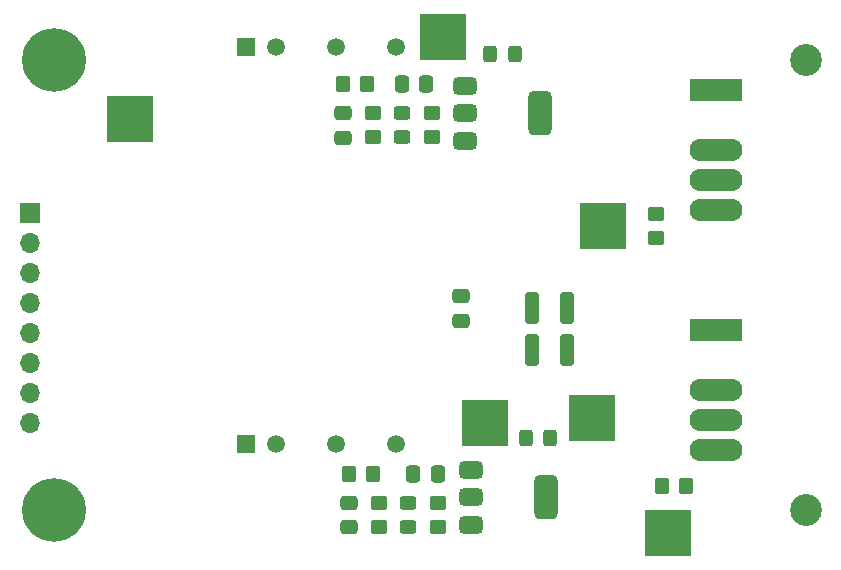
<source format=gbs>
G04 #@! TF.GenerationSoftware,KiCad,Pcbnew,8.0.9-8.0.9-0~ubuntu22.04.1*
G04 #@! TF.CreationDate,2025-04-03T00:10:20-07:00*
G04 #@! TF.ProjectId,HBD1E,48424431-452e-46b6-9963-61645f706362,rev?*
G04 #@! TF.SameCoordinates,Original*
G04 #@! TF.FileFunction,Soldermask,Bot*
G04 #@! TF.FilePolarity,Negative*
%FSLAX46Y46*%
G04 Gerber Fmt 4.6, Leading zero omitted, Abs format (unit mm)*
G04 Created by KiCad (PCBNEW 8.0.9-8.0.9-0~ubuntu22.04.1) date 2025-04-03 00:10:20*
%MOMM*%
%LPD*%
G01*
G04 APERTURE LIST*
G04 Aperture macros list*
%AMRoundRect*
0 Rectangle with rounded corners*
0 $1 Rounding radius*
0 $2 $3 $4 $5 $6 $7 $8 $9 X,Y pos of 4 corners*
0 Add a 4 corners polygon primitive as box body*
4,1,4,$2,$3,$4,$5,$6,$7,$8,$9,$2,$3,0*
0 Add four circle primitives for the rounded corners*
1,1,$1+$1,$2,$3*
1,1,$1+$1,$4,$5*
1,1,$1+$1,$6,$7*
1,1,$1+$1,$8,$9*
0 Add four rect primitives between the rounded corners*
20,1,$1+$1,$2,$3,$4,$5,0*
20,1,$1+$1,$4,$5,$6,$7,0*
20,1,$1+$1,$6,$7,$8,$9,0*
20,1,$1+$1,$8,$9,$2,$3,0*%
G04 Aperture macros list end*
%ADD10C,3.100000*%
%ADD11C,5.400000*%
%ADD12R,4.500000X1.905000*%
%ADD13O,4.500000X1.905000*%
%ADD14R,1.500000X1.500000*%
%ADD15C,1.500000*%
%ADD16C,2.700000*%
%ADD17R,1.700000X1.700000*%
%ADD18O,1.700000X1.700000*%
%ADD19R,4.000000X4.000000*%
%ADD20RoundRect,0.250000X0.450000X-0.350000X0.450000X0.350000X-0.450000X0.350000X-0.450000X-0.350000X0*%
%ADD21RoundRect,0.250000X-0.450000X0.350000X-0.450000X-0.350000X0.450000X-0.350000X0.450000X0.350000X0*%
%ADD22RoundRect,0.250000X0.475000X-0.337500X0.475000X0.337500X-0.475000X0.337500X-0.475000X-0.337500X0*%
%ADD23RoundRect,0.250000X0.337500X0.475000X-0.337500X0.475000X-0.337500X-0.475000X0.337500X-0.475000X0*%
%ADD24RoundRect,0.250000X-0.350000X-0.450000X0.350000X-0.450000X0.350000X0.450000X-0.350000X0.450000X0*%
%ADD25RoundRect,0.250000X-0.475000X0.337500X-0.475000X-0.337500X0.475000X-0.337500X0.475000X0.337500X0*%
%ADD26RoundRect,0.375000X-0.625000X-0.375000X0.625000X-0.375000X0.625000X0.375000X-0.625000X0.375000X0*%
%ADD27RoundRect,0.500000X-0.500000X-1.400000X0.500000X-1.400000X0.500000X1.400000X-0.500000X1.400000X0*%
%ADD28RoundRect,0.250000X-0.325000X-1.100000X0.325000X-1.100000X0.325000X1.100000X-0.325000X1.100000X0*%
%ADD29RoundRect,0.250000X-0.450000X0.325000X-0.450000X-0.325000X0.450000X-0.325000X0.450000X0.325000X0*%
%ADD30RoundRect,0.250000X-0.325000X-0.450000X0.325000X-0.450000X0.325000X0.450000X-0.325000X0.450000X0*%
G04 APERTURE END LIST*
D10*
X44000000Y-84550000D03*
D11*
X44000000Y-84550000D03*
D12*
X100040000Y-49000000D03*
D13*
X100040000Y-54080000D03*
X100040000Y-56620000D03*
X100040000Y-59160000D03*
D12*
X100040000Y-69310000D03*
D13*
X100040000Y-74390000D03*
X100040000Y-76930000D03*
X100040000Y-79470000D03*
D10*
X44000000Y-46450000D03*
D11*
X44000000Y-46450000D03*
D14*
X60262500Y-79000000D03*
D15*
X62802500Y-79000000D03*
X67882500Y-79000000D03*
X72962500Y-79000000D03*
D16*
X107660000Y-84550000D03*
X107660000Y-46450000D03*
D17*
X42000000Y-59420000D03*
D18*
X42000000Y-61960000D03*
X42000000Y-64500000D03*
X42000000Y-67040000D03*
X42000000Y-69580000D03*
X42000000Y-72120000D03*
X42000000Y-74660000D03*
X42000000Y-77200000D03*
D14*
X60262500Y-45407500D03*
D15*
X62802500Y-45407500D03*
X67882500Y-45407500D03*
X72962500Y-45407500D03*
D19*
X96000000Y-86500000D03*
X90500000Y-60500000D03*
D20*
X76500000Y-86000000D03*
X76500000Y-84000000D03*
D21*
X71000000Y-51000000D03*
X71000000Y-53000000D03*
D22*
X69000000Y-86037500D03*
X69000000Y-83962500D03*
D21*
X95000000Y-59500000D03*
X95000000Y-61500000D03*
D23*
X75537500Y-48500000D03*
X73462500Y-48500000D03*
D24*
X69000000Y-81500000D03*
X71000000Y-81500000D03*
D23*
X76537500Y-81500000D03*
X74462500Y-81500000D03*
D25*
X78500000Y-66462500D03*
X78500000Y-68537500D03*
D24*
X95500000Y-82500000D03*
X97500000Y-82500000D03*
D26*
X79350000Y-85800000D03*
X79350000Y-83500000D03*
D27*
X85650000Y-83500000D03*
D26*
X79350000Y-81200000D03*
D28*
X84525000Y-71000000D03*
X87475000Y-71000000D03*
D29*
X73500000Y-50975000D03*
X73500000Y-53025000D03*
D19*
X50500000Y-51500000D03*
D24*
X68500000Y-48500000D03*
X70500000Y-48500000D03*
D20*
X76000000Y-53000000D03*
X76000000Y-51000000D03*
D30*
X83975000Y-78500000D03*
X86025000Y-78500000D03*
D26*
X78850000Y-53300000D03*
X78850000Y-51000000D03*
D27*
X85150000Y-51000000D03*
D26*
X78850000Y-48700000D03*
D19*
X77000000Y-44500000D03*
D28*
X84525000Y-67500000D03*
X87475000Y-67500000D03*
D30*
X80975000Y-46000000D03*
X83025000Y-46000000D03*
D21*
X71500000Y-84000000D03*
X71500000Y-86000000D03*
D29*
X74000000Y-83975000D03*
X74000000Y-86025000D03*
D19*
X89600000Y-76800000D03*
D22*
X68500000Y-53037500D03*
X68500000Y-50962500D03*
D19*
X80500000Y-77200000D03*
M02*

</source>
